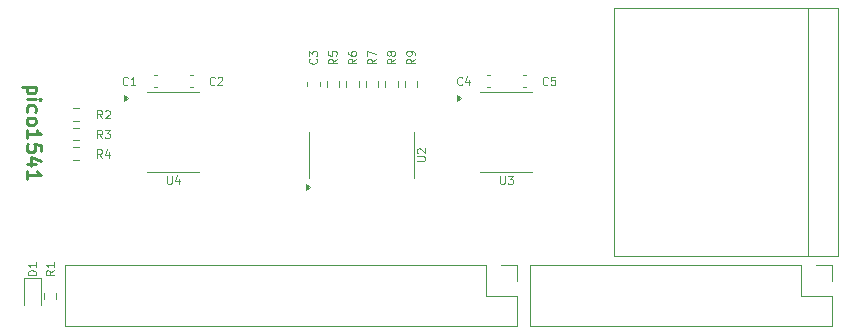
<source format=gbr>
%TF.GenerationSoftware,KiCad,Pcbnew,8.0.5*%
%TF.CreationDate,2025-05-13T06:25:59+01:00*%
%TF.ProjectId,pico1541 v0.1,7069636f-3135-4343-9120-76302e312e6b,rev?*%
%TF.SameCoordinates,Original*%
%TF.FileFunction,Legend,Top*%
%TF.FilePolarity,Positive*%
%FSLAX46Y46*%
G04 Gerber Fmt 4.6, Leading zero omitted, Abs format (unit mm)*
G04 Created by KiCad (PCBNEW 8.0.5) date 2025-05-13 06:25:59*
%MOMM*%
%LPD*%
G01*
G04 APERTURE LIST*
%ADD10C,0.240000*%
%ADD11C,0.100000*%
%ADD12C,0.120000*%
G04 APERTURE END LIST*
D10*
X123828337Y-79426286D02*
X122628337Y-79426286D01*
X123771194Y-79426286D02*
X123828337Y-79540572D01*
X123828337Y-79540572D02*
X123828337Y-79769143D01*
X123828337Y-79769143D02*
X123771194Y-79883429D01*
X123771194Y-79883429D02*
X123714051Y-79940572D01*
X123714051Y-79940572D02*
X123599765Y-79997714D01*
X123599765Y-79997714D02*
X123256908Y-79997714D01*
X123256908Y-79997714D02*
X123142622Y-79940572D01*
X123142622Y-79940572D02*
X123085480Y-79883429D01*
X123085480Y-79883429D02*
X123028337Y-79769143D01*
X123028337Y-79769143D02*
X123028337Y-79540572D01*
X123028337Y-79540572D02*
X123085480Y-79426286D01*
X123028337Y-80512000D02*
X123828337Y-80512000D01*
X124228337Y-80512000D02*
X124171194Y-80454857D01*
X124171194Y-80454857D02*
X124114051Y-80512000D01*
X124114051Y-80512000D02*
X124171194Y-80569143D01*
X124171194Y-80569143D02*
X124228337Y-80512000D01*
X124228337Y-80512000D02*
X124114051Y-80512000D01*
X123085480Y-81597715D02*
X123028337Y-81483429D01*
X123028337Y-81483429D02*
X123028337Y-81254857D01*
X123028337Y-81254857D02*
X123085480Y-81140572D01*
X123085480Y-81140572D02*
X123142622Y-81083429D01*
X123142622Y-81083429D02*
X123256908Y-81026286D01*
X123256908Y-81026286D02*
X123599765Y-81026286D01*
X123599765Y-81026286D02*
X123714051Y-81083429D01*
X123714051Y-81083429D02*
X123771194Y-81140572D01*
X123771194Y-81140572D02*
X123828337Y-81254857D01*
X123828337Y-81254857D02*
X123828337Y-81483429D01*
X123828337Y-81483429D02*
X123771194Y-81597715D01*
X123028337Y-82283428D02*
X123085480Y-82169143D01*
X123085480Y-82169143D02*
X123142622Y-82112000D01*
X123142622Y-82112000D02*
X123256908Y-82054857D01*
X123256908Y-82054857D02*
X123599765Y-82054857D01*
X123599765Y-82054857D02*
X123714051Y-82112000D01*
X123714051Y-82112000D02*
X123771194Y-82169143D01*
X123771194Y-82169143D02*
X123828337Y-82283428D01*
X123828337Y-82283428D02*
X123828337Y-82454857D01*
X123828337Y-82454857D02*
X123771194Y-82569143D01*
X123771194Y-82569143D02*
X123714051Y-82626286D01*
X123714051Y-82626286D02*
X123599765Y-82683428D01*
X123599765Y-82683428D02*
X123256908Y-82683428D01*
X123256908Y-82683428D02*
X123142622Y-82626286D01*
X123142622Y-82626286D02*
X123085480Y-82569143D01*
X123085480Y-82569143D02*
X123028337Y-82454857D01*
X123028337Y-82454857D02*
X123028337Y-82283428D01*
X123028337Y-83826285D02*
X123028337Y-83140571D01*
X123028337Y-83483428D02*
X124228337Y-83483428D01*
X124228337Y-83483428D02*
X124056908Y-83369142D01*
X124056908Y-83369142D02*
X123942622Y-83254857D01*
X123942622Y-83254857D02*
X123885480Y-83140571D01*
X124228337Y-84911999D02*
X124228337Y-84340571D01*
X124228337Y-84340571D02*
X123656908Y-84283428D01*
X123656908Y-84283428D02*
X123714051Y-84340571D01*
X123714051Y-84340571D02*
X123771194Y-84454857D01*
X123771194Y-84454857D02*
X123771194Y-84740571D01*
X123771194Y-84740571D02*
X123714051Y-84854857D01*
X123714051Y-84854857D02*
X123656908Y-84911999D01*
X123656908Y-84911999D02*
X123542622Y-84969142D01*
X123542622Y-84969142D02*
X123256908Y-84969142D01*
X123256908Y-84969142D02*
X123142622Y-84911999D01*
X123142622Y-84911999D02*
X123085480Y-84854857D01*
X123085480Y-84854857D02*
X123028337Y-84740571D01*
X123028337Y-84740571D02*
X123028337Y-84454857D01*
X123028337Y-84454857D02*
X123085480Y-84340571D01*
X123085480Y-84340571D02*
X123142622Y-84283428D01*
X123828337Y-85997714D02*
X123028337Y-85997714D01*
X124285480Y-85711999D02*
X123428337Y-85426285D01*
X123428337Y-85426285D02*
X123428337Y-86169142D01*
X123028337Y-87254856D02*
X123028337Y-86569142D01*
X123028337Y-86911999D02*
X124228337Y-86911999D01*
X124228337Y-86911999D02*
X124056908Y-86797713D01*
X124056908Y-86797713D02*
X123942622Y-86683428D01*
X123942622Y-86683428D02*
X123885480Y-86569142D01*
D11*
X134909166Y-86994633D02*
X134909166Y-87561300D01*
X134909166Y-87561300D02*
X134942500Y-87627966D01*
X134942500Y-87627966D02*
X134975833Y-87661300D01*
X134975833Y-87661300D02*
X135042500Y-87694633D01*
X135042500Y-87694633D02*
X135175833Y-87694633D01*
X135175833Y-87694633D02*
X135242500Y-87661300D01*
X135242500Y-87661300D02*
X135275833Y-87627966D01*
X135275833Y-87627966D02*
X135309166Y-87561300D01*
X135309166Y-87561300D02*
X135309166Y-86994633D01*
X135942499Y-87227966D02*
X135942499Y-87694633D01*
X135775833Y-86961300D02*
X135609166Y-87461300D01*
X135609166Y-87461300D02*
X136042499Y-87461300D01*
X163104666Y-86994633D02*
X163104666Y-87561300D01*
X163104666Y-87561300D02*
X163138000Y-87627966D01*
X163138000Y-87627966D02*
X163171333Y-87661300D01*
X163171333Y-87661300D02*
X163238000Y-87694633D01*
X163238000Y-87694633D02*
X163371333Y-87694633D01*
X163371333Y-87694633D02*
X163438000Y-87661300D01*
X163438000Y-87661300D02*
X163471333Y-87627966D01*
X163471333Y-87627966D02*
X163504666Y-87561300D01*
X163504666Y-87561300D02*
X163504666Y-86994633D01*
X163771333Y-86994633D02*
X164204666Y-86994633D01*
X164204666Y-86994633D02*
X163971333Y-87261300D01*
X163971333Y-87261300D02*
X164071333Y-87261300D01*
X164071333Y-87261300D02*
X164137999Y-87294633D01*
X164137999Y-87294633D02*
X164171333Y-87327966D01*
X164171333Y-87327966D02*
X164204666Y-87394633D01*
X164204666Y-87394633D02*
X164204666Y-87561300D01*
X164204666Y-87561300D02*
X164171333Y-87627966D01*
X164171333Y-87627966D02*
X164137999Y-87661300D01*
X164137999Y-87661300D02*
X164071333Y-87694633D01*
X164071333Y-87694633D02*
X163871333Y-87694633D01*
X163871333Y-87694633D02*
X163804666Y-87661300D01*
X163804666Y-87661300D02*
X163771333Y-87627966D01*
X129423333Y-85452633D02*
X129190000Y-85119300D01*
X129023333Y-85452633D02*
X129023333Y-84752633D01*
X129023333Y-84752633D02*
X129290000Y-84752633D01*
X129290000Y-84752633D02*
X129356667Y-84785966D01*
X129356667Y-84785966D02*
X129390000Y-84819300D01*
X129390000Y-84819300D02*
X129423333Y-84885966D01*
X129423333Y-84885966D02*
X129423333Y-84985966D01*
X129423333Y-84985966D02*
X129390000Y-85052633D01*
X129390000Y-85052633D02*
X129356667Y-85085966D01*
X129356667Y-85085966D02*
X129290000Y-85119300D01*
X129290000Y-85119300D02*
X129023333Y-85119300D01*
X130023333Y-84985966D02*
X130023333Y-85452633D01*
X129856667Y-84719300D02*
X129690000Y-85219300D01*
X129690000Y-85219300D02*
X130123333Y-85219300D01*
X129423333Y-83810633D02*
X129190000Y-83477300D01*
X129023333Y-83810633D02*
X129023333Y-83110633D01*
X129023333Y-83110633D02*
X129290000Y-83110633D01*
X129290000Y-83110633D02*
X129356667Y-83143966D01*
X129356667Y-83143966D02*
X129390000Y-83177300D01*
X129390000Y-83177300D02*
X129423333Y-83243966D01*
X129423333Y-83243966D02*
X129423333Y-83343966D01*
X129423333Y-83343966D02*
X129390000Y-83410633D01*
X129390000Y-83410633D02*
X129356667Y-83443966D01*
X129356667Y-83443966D02*
X129290000Y-83477300D01*
X129290000Y-83477300D02*
X129023333Y-83477300D01*
X129656667Y-83110633D02*
X130090000Y-83110633D01*
X130090000Y-83110633D02*
X129856667Y-83377300D01*
X129856667Y-83377300D02*
X129956667Y-83377300D01*
X129956667Y-83377300D02*
X130023333Y-83410633D01*
X130023333Y-83410633D02*
X130056667Y-83443966D01*
X130056667Y-83443966D02*
X130090000Y-83510633D01*
X130090000Y-83510633D02*
X130090000Y-83677300D01*
X130090000Y-83677300D02*
X130056667Y-83743966D01*
X130056667Y-83743966D02*
X130023333Y-83777300D01*
X130023333Y-83777300D02*
X129956667Y-83810633D01*
X129956667Y-83810633D02*
X129756667Y-83810633D01*
X129756667Y-83810633D02*
X129690000Y-83777300D01*
X129690000Y-83777300D02*
X129656667Y-83743966D01*
X155893633Y-77078666D02*
X155560300Y-77311999D01*
X155893633Y-77478666D02*
X155193633Y-77478666D01*
X155193633Y-77478666D02*
X155193633Y-77211999D01*
X155193633Y-77211999D02*
X155226966Y-77145333D01*
X155226966Y-77145333D02*
X155260300Y-77111999D01*
X155260300Y-77111999D02*
X155326966Y-77078666D01*
X155326966Y-77078666D02*
X155426966Y-77078666D01*
X155426966Y-77078666D02*
X155493633Y-77111999D01*
X155493633Y-77111999D02*
X155526966Y-77145333D01*
X155526966Y-77145333D02*
X155560300Y-77211999D01*
X155560300Y-77211999D02*
X155560300Y-77478666D01*
X155893633Y-76745333D02*
X155893633Y-76611999D01*
X155893633Y-76611999D02*
X155860300Y-76545333D01*
X155860300Y-76545333D02*
X155826966Y-76511999D01*
X155826966Y-76511999D02*
X155726966Y-76445333D01*
X155726966Y-76445333D02*
X155593633Y-76411999D01*
X155593633Y-76411999D02*
X155326966Y-76411999D01*
X155326966Y-76411999D02*
X155260300Y-76445333D01*
X155260300Y-76445333D02*
X155226966Y-76478666D01*
X155226966Y-76478666D02*
X155193633Y-76545333D01*
X155193633Y-76545333D02*
X155193633Y-76678666D01*
X155193633Y-76678666D02*
X155226966Y-76745333D01*
X155226966Y-76745333D02*
X155260300Y-76778666D01*
X155260300Y-76778666D02*
X155326966Y-76811999D01*
X155326966Y-76811999D02*
X155493633Y-76811999D01*
X155493633Y-76811999D02*
X155560300Y-76778666D01*
X155560300Y-76778666D02*
X155593633Y-76745333D01*
X155593633Y-76745333D02*
X155626966Y-76678666D01*
X155626966Y-76678666D02*
X155626966Y-76545333D01*
X155626966Y-76545333D02*
X155593633Y-76478666D01*
X155593633Y-76478666D02*
X155560300Y-76445333D01*
X155560300Y-76445333D02*
X155493633Y-76411999D01*
X156082633Y-85750333D02*
X156649300Y-85750333D01*
X156649300Y-85750333D02*
X156715966Y-85717000D01*
X156715966Y-85717000D02*
X156749300Y-85683666D01*
X156749300Y-85683666D02*
X156782633Y-85617000D01*
X156782633Y-85617000D02*
X156782633Y-85483666D01*
X156782633Y-85483666D02*
X156749300Y-85417000D01*
X156749300Y-85417000D02*
X156715966Y-85383666D01*
X156715966Y-85383666D02*
X156649300Y-85350333D01*
X156649300Y-85350333D02*
X156082633Y-85350333D01*
X156149300Y-85050333D02*
X156115966Y-85017000D01*
X156115966Y-85017000D02*
X156082633Y-84950333D01*
X156082633Y-84950333D02*
X156082633Y-84783667D01*
X156082633Y-84783667D02*
X156115966Y-84717000D01*
X156115966Y-84717000D02*
X156149300Y-84683667D01*
X156149300Y-84683667D02*
X156215966Y-84650333D01*
X156215966Y-84650333D02*
X156282633Y-84650333D01*
X156282633Y-84650333D02*
X156382633Y-84683667D01*
X156382633Y-84683667D02*
X156782633Y-85083667D01*
X156782633Y-85083667D02*
X156782633Y-84650333D01*
X154242633Y-77078666D02*
X153909300Y-77311999D01*
X154242633Y-77478666D02*
X153542633Y-77478666D01*
X153542633Y-77478666D02*
X153542633Y-77211999D01*
X153542633Y-77211999D02*
X153575966Y-77145333D01*
X153575966Y-77145333D02*
X153609300Y-77111999D01*
X153609300Y-77111999D02*
X153675966Y-77078666D01*
X153675966Y-77078666D02*
X153775966Y-77078666D01*
X153775966Y-77078666D02*
X153842633Y-77111999D01*
X153842633Y-77111999D02*
X153875966Y-77145333D01*
X153875966Y-77145333D02*
X153909300Y-77211999D01*
X153909300Y-77211999D02*
X153909300Y-77478666D01*
X153842633Y-76678666D02*
X153809300Y-76745333D01*
X153809300Y-76745333D02*
X153775966Y-76778666D01*
X153775966Y-76778666D02*
X153709300Y-76811999D01*
X153709300Y-76811999D02*
X153675966Y-76811999D01*
X153675966Y-76811999D02*
X153609300Y-76778666D01*
X153609300Y-76778666D02*
X153575966Y-76745333D01*
X153575966Y-76745333D02*
X153542633Y-76678666D01*
X153542633Y-76678666D02*
X153542633Y-76545333D01*
X153542633Y-76545333D02*
X153575966Y-76478666D01*
X153575966Y-76478666D02*
X153609300Y-76445333D01*
X153609300Y-76445333D02*
X153675966Y-76411999D01*
X153675966Y-76411999D02*
X153709300Y-76411999D01*
X153709300Y-76411999D02*
X153775966Y-76445333D01*
X153775966Y-76445333D02*
X153809300Y-76478666D01*
X153809300Y-76478666D02*
X153842633Y-76545333D01*
X153842633Y-76545333D02*
X153842633Y-76678666D01*
X153842633Y-76678666D02*
X153875966Y-76745333D01*
X153875966Y-76745333D02*
X153909300Y-76778666D01*
X153909300Y-76778666D02*
X153975966Y-76811999D01*
X153975966Y-76811999D02*
X154109300Y-76811999D01*
X154109300Y-76811999D02*
X154175966Y-76778666D01*
X154175966Y-76778666D02*
X154209300Y-76745333D01*
X154209300Y-76745333D02*
X154242633Y-76678666D01*
X154242633Y-76678666D02*
X154242633Y-76545333D01*
X154242633Y-76545333D02*
X154209300Y-76478666D01*
X154209300Y-76478666D02*
X154175966Y-76445333D01*
X154175966Y-76445333D02*
X154109300Y-76411999D01*
X154109300Y-76411999D02*
X153975966Y-76411999D01*
X153975966Y-76411999D02*
X153909300Y-76445333D01*
X153909300Y-76445333D02*
X153875966Y-76478666D01*
X153875966Y-76478666D02*
X153842633Y-76545333D01*
X152591633Y-77078666D02*
X152258300Y-77311999D01*
X152591633Y-77478666D02*
X151891633Y-77478666D01*
X151891633Y-77478666D02*
X151891633Y-77211999D01*
X151891633Y-77211999D02*
X151924966Y-77145333D01*
X151924966Y-77145333D02*
X151958300Y-77111999D01*
X151958300Y-77111999D02*
X152024966Y-77078666D01*
X152024966Y-77078666D02*
X152124966Y-77078666D01*
X152124966Y-77078666D02*
X152191633Y-77111999D01*
X152191633Y-77111999D02*
X152224966Y-77145333D01*
X152224966Y-77145333D02*
X152258300Y-77211999D01*
X152258300Y-77211999D02*
X152258300Y-77478666D01*
X151891633Y-76845333D02*
X151891633Y-76378666D01*
X151891633Y-76378666D02*
X152591633Y-76678666D01*
X125349133Y-94985666D02*
X125015800Y-95218999D01*
X125349133Y-95385666D02*
X124649133Y-95385666D01*
X124649133Y-95385666D02*
X124649133Y-95118999D01*
X124649133Y-95118999D02*
X124682466Y-95052333D01*
X124682466Y-95052333D02*
X124715800Y-95018999D01*
X124715800Y-95018999D02*
X124782466Y-94985666D01*
X124782466Y-94985666D02*
X124882466Y-94985666D01*
X124882466Y-94985666D02*
X124949133Y-95018999D01*
X124949133Y-95018999D02*
X124982466Y-95052333D01*
X124982466Y-95052333D02*
X125015800Y-95118999D01*
X125015800Y-95118999D02*
X125015800Y-95385666D01*
X125349133Y-94318999D02*
X125349133Y-94718999D01*
X125349133Y-94518999D02*
X124649133Y-94518999D01*
X124649133Y-94518999D02*
X124749133Y-94585666D01*
X124749133Y-94585666D02*
X124815800Y-94652333D01*
X124815800Y-94652333D02*
X124849133Y-94718999D01*
X159903333Y-79245966D02*
X159870000Y-79279300D01*
X159870000Y-79279300D02*
X159770000Y-79312633D01*
X159770000Y-79312633D02*
X159703333Y-79312633D01*
X159703333Y-79312633D02*
X159603333Y-79279300D01*
X159603333Y-79279300D02*
X159536667Y-79212633D01*
X159536667Y-79212633D02*
X159503333Y-79145966D01*
X159503333Y-79145966D02*
X159470000Y-79012633D01*
X159470000Y-79012633D02*
X159470000Y-78912633D01*
X159470000Y-78912633D02*
X159503333Y-78779300D01*
X159503333Y-78779300D02*
X159536667Y-78712633D01*
X159536667Y-78712633D02*
X159603333Y-78645966D01*
X159603333Y-78645966D02*
X159703333Y-78612633D01*
X159703333Y-78612633D02*
X159770000Y-78612633D01*
X159770000Y-78612633D02*
X159870000Y-78645966D01*
X159870000Y-78645966D02*
X159903333Y-78679300D01*
X160503333Y-78845966D02*
X160503333Y-79312633D01*
X160336667Y-78579300D02*
X160170000Y-79079300D01*
X160170000Y-79079300D02*
X160603333Y-79079300D01*
X138948333Y-79245966D02*
X138915000Y-79279300D01*
X138915000Y-79279300D02*
X138815000Y-79312633D01*
X138815000Y-79312633D02*
X138748333Y-79312633D01*
X138748333Y-79312633D02*
X138648333Y-79279300D01*
X138648333Y-79279300D02*
X138581667Y-79212633D01*
X138581667Y-79212633D02*
X138548333Y-79145966D01*
X138548333Y-79145966D02*
X138515000Y-79012633D01*
X138515000Y-79012633D02*
X138515000Y-78912633D01*
X138515000Y-78912633D02*
X138548333Y-78779300D01*
X138548333Y-78779300D02*
X138581667Y-78712633D01*
X138581667Y-78712633D02*
X138648333Y-78645966D01*
X138648333Y-78645966D02*
X138748333Y-78612633D01*
X138748333Y-78612633D02*
X138815000Y-78612633D01*
X138815000Y-78612633D02*
X138915000Y-78645966D01*
X138915000Y-78645966D02*
X138948333Y-78679300D01*
X139215000Y-78679300D02*
X139248333Y-78645966D01*
X139248333Y-78645966D02*
X139315000Y-78612633D01*
X139315000Y-78612633D02*
X139481667Y-78612633D01*
X139481667Y-78612633D02*
X139548333Y-78645966D01*
X139548333Y-78645966D02*
X139581667Y-78679300D01*
X139581667Y-78679300D02*
X139615000Y-78745966D01*
X139615000Y-78745966D02*
X139615000Y-78812633D01*
X139615000Y-78812633D02*
X139581667Y-78912633D01*
X139581667Y-78912633D02*
X139181667Y-79312633D01*
X139181667Y-79312633D02*
X139615000Y-79312633D01*
X147571966Y-77078666D02*
X147605300Y-77111999D01*
X147605300Y-77111999D02*
X147638633Y-77211999D01*
X147638633Y-77211999D02*
X147638633Y-77278666D01*
X147638633Y-77278666D02*
X147605300Y-77378666D01*
X147605300Y-77378666D02*
X147538633Y-77445333D01*
X147538633Y-77445333D02*
X147471966Y-77478666D01*
X147471966Y-77478666D02*
X147338633Y-77511999D01*
X147338633Y-77511999D02*
X147238633Y-77511999D01*
X147238633Y-77511999D02*
X147105300Y-77478666D01*
X147105300Y-77478666D02*
X147038633Y-77445333D01*
X147038633Y-77445333D02*
X146971966Y-77378666D01*
X146971966Y-77378666D02*
X146938633Y-77278666D01*
X146938633Y-77278666D02*
X146938633Y-77211999D01*
X146938633Y-77211999D02*
X146971966Y-77111999D01*
X146971966Y-77111999D02*
X147005300Y-77078666D01*
X146938633Y-76845333D02*
X146938633Y-76411999D01*
X146938633Y-76411999D02*
X147205300Y-76645333D01*
X147205300Y-76645333D02*
X147205300Y-76545333D01*
X147205300Y-76545333D02*
X147238633Y-76478666D01*
X147238633Y-76478666D02*
X147271966Y-76445333D01*
X147271966Y-76445333D02*
X147338633Y-76411999D01*
X147338633Y-76411999D02*
X147505300Y-76411999D01*
X147505300Y-76411999D02*
X147571966Y-76445333D01*
X147571966Y-76445333D02*
X147605300Y-76478666D01*
X147605300Y-76478666D02*
X147638633Y-76545333D01*
X147638633Y-76545333D02*
X147638633Y-76745333D01*
X147638633Y-76745333D02*
X147605300Y-76811999D01*
X147605300Y-76811999D02*
X147571966Y-76845333D01*
X123825133Y-95385666D02*
X123125133Y-95385666D01*
X123125133Y-95385666D02*
X123125133Y-95218999D01*
X123125133Y-95218999D02*
X123158466Y-95118999D01*
X123158466Y-95118999D02*
X123225133Y-95052333D01*
X123225133Y-95052333D02*
X123291800Y-95018999D01*
X123291800Y-95018999D02*
X123425133Y-94985666D01*
X123425133Y-94985666D02*
X123525133Y-94985666D01*
X123525133Y-94985666D02*
X123658466Y-95018999D01*
X123658466Y-95018999D02*
X123725133Y-95052333D01*
X123725133Y-95052333D02*
X123791800Y-95118999D01*
X123791800Y-95118999D02*
X123825133Y-95218999D01*
X123825133Y-95218999D02*
X123825133Y-95385666D01*
X123825133Y-94318999D02*
X123825133Y-94718999D01*
X123825133Y-94518999D02*
X123125133Y-94518999D01*
X123125133Y-94518999D02*
X123225133Y-94585666D01*
X123225133Y-94585666D02*
X123291800Y-94652333D01*
X123291800Y-94652333D02*
X123325133Y-94718999D01*
X129423333Y-82129633D02*
X129190000Y-81796300D01*
X129023333Y-82129633D02*
X129023333Y-81429633D01*
X129023333Y-81429633D02*
X129290000Y-81429633D01*
X129290000Y-81429633D02*
X129356667Y-81462966D01*
X129356667Y-81462966D02*
X129390000Y-81496300D01*
X129390000Y-81496300D02*
X129423333Y-81562966D01*
X129423333Y-81562966D02*
X129423333Y-81662966D01*
X129423333Y-81662966D02*
X129390000Y-81729633D01*
X129390000Y-81729633D02*
X129356667Y-81762966D01*
X129356667Y-81762966D02*
X129290000Y-81796300D01*
X129290000Y-81796300D02*
X129023333Y-81796300D01*
X129690000Y-81496300D02*
X129723333Y-81462966D01*
X129723333Y-81462966D02*
X129790000Y-81429633D01*
X129790000Y-81429633D02*
X129956667Y-81429633D01*
X129956667Y-81429633D02*
X130023333Y-81462966D01*
X130023333Y-81462966D02*
X130056667Y-81496300D01*
X130056667Y-81496300D02*
X130090000Y-81562966D01*
X130090000Y-81562966D02*
X130090000Y-81629633D01*
X130090000Y-81629633D02*
X130056667Y-81729633D01*
X130056667Y-81729633D02*
X129656667Y-82129633D01*
X129656667Y-82129633D02*
X130090000Y-82129633D01*
X131582333Y-79245966D02*
X131549000Y-79279300D01*
X131549000Y-79279300D02*
X131449000Y-79312633D01*
X131449000Y-79312633D02*
X131382333Y-79312633D01*
X131382333Y-79312633D02*
X131282333Y-79279300D01*
X131282333Y-79279300D02*
X131215667Y-79212633D01*
X131215667Y-79212633D02*
X131182333Y-79145966D01*
X131182333Y-79145966D02*
X131149000Y-79012633D01*
X131149000Y-79012633D02*
X131149000Y-78912633D01*
X131149000Y-78912633D02*
X131182333Y-78779300D01*
X131182333Y-78779300D02*
X131215667Y-78712633D01*
X131215667Y-78712633D02*
X131282333Y-78645966D01*
X131282333Y-78645966D02*
X131382333Y-78612633D01*
X131382333Y-78612633D02*
X131449000Y-78612633D01*
X131449000Y-78612633D02*
X131549000Y-78645966D01*
X131549000Y-78645966D02*
X131582333Y-78679300D01*
X132249000Y-79312633D02*
X131849000Y-79312633D01*
X132049000Y-79312633D02*
X132049000Y-78612633D01*
X132049000Y-78612633D02*
X131982333Y-78712633D01*
X131982333Y-78712633D02*
X131915667Y-78779300D01*
X131915667Y-78779300D02*
X131849000Y-78812633D01*
X167142333Y-79245966D02*
X167109000Y-79279300D01*
X167109000Y-79279300D02*
X167009000Y-79312633D01*
X167009000Y-79312633D02*
X166942333Y-79312633D01*
X166942333Y-79312633D02*
X166842333Y-79279300D01*
X166842333Y-79279300D02*
X166775667Y-79212633D01*
X166775667Y-79212633D02*
X166742333Y-79145966D01*
X166742333Y-79145966D02*
X166709000Y-79012633D01*
X166709000Y-79012633D02*
X166709000Y-78912633D01*
X166709000Y-78912633D02*
X166742333Y-78779300D01*
X166742333Y-78779300D02*
X166775667Y-78712633D01*
X166775667Y-78712633D02*
X166842333Y-78645966D01*
X166842333Y-78645966D02*
X166942333Y-78612633D01*
X166942333Y-78612633D02*
X167009000Y-78612633D01*
X167009000Y-78612633D02*
X167109000Y-78645966D01*
X167109000Y-78645966D02*
X167142333Y-78679300D01*
X167775667Y-78612633D02*
X167442333Y-78612633D01*
X167442333Y-78612633D02*
X167409000Y-78945966D01*
X167409000Y-78945966D02*
X167442333Y-78912633D01*
X167442333Y-78912633D02*
X167509000Y-78879300D01*
X167509000Y-78879300D02*
X167675667Y-78879300D01*
X167675667Y-78879300D02*
X167742333Y-78912633D01*
X167742333Y-78912633D02*
X167775667Y-78945966D01*
X167775667Y-78945966D02*
X167809000Y-79012633D01*
X167809000Y-79012633D02*
X167809000Y-79179300D01*
X167809000Y-79179300D02*
X167775667Y-79245966D01*
X167775667Y-79245966D02*
X167742333Y-79279300D01*
X167742333Y-79279300D02*
X167675667Y-79312633D01*
X167675667Y-79312633D02*
X167509000Y-79312633D01*
X167509000Y-79312633D02*
X167442333Y-79279300D01*
X167442333Y-79279300D02*
X167409000Y-79245966D01*
X150940633Y-77078666D02*
X150607300Y-77311999D01*
X150940633Y-77478666D02*
X150240633Y-77478666D01*
X150240633Y-77478666D02*
X150240633Y-77211999D01*
X150240633Y-77211999D02*
X150273966Y-77145333D01*
X150273966Y-77145333D02*
X150307300Y-77111999D01*
X150307300Y-77111999D02*
X150373966Y-77078666D01*
X150373966Y-77078666D02*
X150473966Y-77078666D01*
X150473966Y-77078666D02*
X150540633Y-77111999D01*
X150540633Y-77111999D02*
X150573966Y-77145333D01*
X150573966Y-77145333D02*
X150607300Y-77211999D01*
X150607300Y-77211999D02*
X150607300Y-77478666D01*
X150240633Y-76478666D02*
X150240633Y-76611999D01*
X150240633Y-76611999D02*
X150273966Y-76678666D01*
X150273966Y-76678666D02*
X150307300Y-76711999D01*
X150307300Y-76711999D02*
X150407300Y-76778666D01*
X150407300Y-76778666D02*
X150540633Y-76811999D01*
X150540633Y-76811999D02*
X150807300Y-76811999D01*
X150807300Y-76811999D02*
X150873966Y-76778666D01*
X150873966Y-76778666D02*
X150907300Y-76745333D01*
X150907300Y-76745333D02*
X150940633Y-76678666D01*
X150940633Y-76678666D02*
X150940633Y-76545333D01*
X150940633Y-76545333D02*
X150907300Y-76478666D01*
X150907300Y-76478666D02*
X150873966Y-76445333D01*
X150873966Y-76445333D02*
X150807300Y-76411999D01*
X150807300Y-76411999D02*
X150640633Y-76411999D01*
X150640633Y-76411999D02*
X150573966Y-76445333D01*
X150573966Y-76445333D02*
X150540633Y-76478666D01*
X150540633Y-76478666D02*
X150507300Y-76545333D01*
X150507300Y-76545333D02*
X150507300Y-76678666D01*
X150507300Y-76678666D02*
X150540633Y-76745333D01*
X150540633Y-76745333D02*
X150573966Y-76778666D01*
X150573966Y-76778666D02*
X150640633Y-76811999D01*
X149289633Y-77078666D02*
X148956300Y-77311999D01*
X149289633Y-77478666D02*
X148589633Y-77478666D01*
X148589633Y-77478666D02*
X148589633Y-77211999D01*
X148589633Y-77211999D02*
X148622966Y-77145333D01*
X148622966Y-77145333D02*
X148656300Y-77111999D01*
X148656300Y-77111999D02*
X148722966Y-77078666D01*
X148722966Y-77078666D02*
X148822966Y-77078666D01*
X148822966Y-77078666D02*
X148889633Y-77111999D01*
X148889633Y-77111999D02*
X148922966Y-77145333D01*
X148922966Y-77145333D02*
X148956300Y-77211999D01*
X148956300Y-77211999D02*
X148956300Y-77478666D01*
X148589633Y-76445333D02*
X148589633Y-76778666D01*
X148589633Y-76778666D02*
X148922966Y-76811999D01*
X148922966Y-76811999D02*
X148889633Y-76778666D01*
X148889633Y-76778666D02*
X148856300Y-76711999D01*
X148856300Y-76711999D02*
X148856300Y-76545333D01*
X148856300Y-76545333D02*
X148889633Y-76478666D01*
X148889633Y-76478666D02*
X148922966Y-76445333D01*
X148922966Y-76445333D02*
X148989633Y-76411999D01*
X148989633Y-76411999D02*
X149156300Y-76411999D01*
X149156300Y-76411999D02*
X149222966Y-76445333D01*
X149222966Y-76445333D02*
X149256300Y-76478666D01*
X149256300Y-76478666D02*
X149289633Y-76545333D01*
X149289633Y-76545333D02*
X149289633Y-76711999D01*
X149289633Y-76711999D02*
X149256300Y-76778666D01*
X149256300Y-76778666D02*
X149222966Y-76811999D01*
D12*
%TO.C,U4*%
X135442500Y-79927000D02*
X133242500Y-79927000D01*
X135442500Y-79927000D02*
X137642500Y-79927000D01*
X135442500Y-86697000D02*
X133242500Y-86697000D01*
X135442500Y-86697000D02*
X137642500Y-86697000D01*
X131582500Y-80387000D02*
X131252500Y-80627000D01*
X131252500Y-80147000D01*
X131582500Y-80387000D01*
G36*
X131582500Y-80387000D02*
G01*
X131252500Y-80627000D01*
X131252500Y-80147000D01*
X131582500Y-80387000D01*
G37*
%TO.C,U3*%
X163638000Y-79927000D02*
X161438000Y-79927000D01*
X163638000Y-79927000D02*
X165838000Y-79927000D01*
X163638000Y-86697000D02*
X161438000Y-86697000D01*
X163638000Y-86697000D02*
X165838000Y-86697000D01*
X159778000Y-80387000D02*
X159448000Y-80627000D01*
X159448000Y-80147000D01*
X159778000Y-80387000D01*
G36*
X159778000Y-80387000D02*
G01*
X159448000Y-80627000D01*
X159448000Y-80147000D01*
X159778000Y-80387000D01*
G37*
%TO.C,R4*%
X127485224Y-84567500D02*
X126975776Y-84567500D01*
X127485224Y-85612500D02*
X126975776Y-85612500D01*
%TO.C,J6*%
X126305000Y-94529600D02*
X126305000Y-99729600D01*
X161925000Y-94529600D02*
X126305000Y-94529600D01*
X161925000Y-94529600D02*
X161925000Y-97129600D01*
X161925000Y-97129600D02*
X164525000Y-97129600D01*
X163195000Y-94529600D02*
X164525000Y-94529600D01*
X164525000Y-94529600D02*
X164525000Y-95859600D01*
X164525000Y-97129600D02*
X164525000Y-99729600D01*
X164525000Y-99729600D02*
X126305000Y-99729600D01*
%TO.C,R3*%
X126975776Y-82916500D02*
X127485224Y-82916500D01*
X126975776Y-83961500D02*
X127485224Y-83961500D01*
%TO.C,R9*%
X155052500Y-79502724D02*
X155052500Y-78993276D01*
X156097500Y-79502724D02*
X156097500Y-78993276D01*
%TO.C,U2*%
X146949000Y-85217000D02*
X146949000Y-83267000D01*
X146949000Y-85217000D02*
X146949000Y-87167000D01*
X155819000Y-85217000D02*
X155819000Y-83267000D01*
X155819000Y-85217000D02*
X155819000Y-87167000D01*
X147014000Y-87917000D02*
X146684000Y-88157000D01*
X146684000Y-87677000D01*
X147014000Y-87917000D01*
G36*
X147014000Y-87917000D02*
G01*
X146684000Y-88157000D01*
X146684000Y-87677000D01*
X147014000Y-87917000D01*
G37*
%TO.C,R8*%
X153401500Y-79502724D02*
X153401500Y-78993276D01*
X154446500Y-79502724D02*
X154446500Y-78993276D01*
%TO.C,J5*%
X165675000Y-94529600D02*
X165675000Y-99729600D01*
X188595000Y-94529600D02*
X165675000Y-94529600D01*
X188595000Y-94529600D02*
X188595000Y-97129600D01*
X188595000Y-97129600D02*
X191195000Y-97129600D01*
X189865000Y-94529600D02*
X191195000Y-94529600D01*
X191195000Y-94529600D02*
X191195000Y-95859600D01*
X191195000Y-97129600D02*
X191195000Y-99729600D01*
X191195000Y-99729600D02*
X165675000Y-99729600D01*
%TO.C,R7*%
X151750500Y-79502724D02*
X151750500Y-78993276D01*
X152795500Y-79502724D02*
X152795500Y-78993276D01*
%TO.C,R1*%
X124508000Y-96900276D02*
X124508000Y-97409724D01*
X125553000Y-96900276D02*
X125553000Y-97409724D01*
D11*
%TO.C,J4*%
X172795000Y-72812000D02*
X172795000Y-93812000D01*
X189195000Y-83312000D02*
X189195000Y-72812000D01*
X189195000Y-83312000D02*
X189195000Y-93812000D01*
X191695000Y-72812000D02*
X172795000Y-72812000D01*
X191695000Y-83312000D02*
X191695000Y-72812000D01*
X191695000Y-83312000D02*
X191695000Y-93812000D01*
X191695000Y-93812000D02*
X172795000Y-93812000D01*
D12*
%TO.C,C4*%
X161973420Y-78484000D02*
X162254580Y-78484000D01*
X161973420Y-79504000D02*
X162254580Y-79504000D01*
%TO.C,C2*%
X137107080Y-78484000D02*
X136825920Y-78484000D01*
X137107080Y-79504000D02*
X136825920Y-79504000D01*
%TO.C,C3*%
X146810000Y-79365080D02*
X146810000Y-79083920D01*
X147830000Y-79365080D02*
X147830000Y-79083920D01*
%TO.C,D1*%
X122771500Y-95670000D02*
X122771500Y-97955000D01*
X124241500Y-95670000D02*
X122771500Y-95670000D01*
X124241500Y-97955000D02*
X124241500Y-95670000D01*
%TO.C,R2*%
X126975776Y-81265500D02*
X127485224Y-81265500D01*
X126975776Y-82310500D02*
X127485224Y-82310500D01*
%TO.C,C1*%
X133777920Y-78484000D02*
X134059080Y-78484000D01*
X133777920Y-79504000D02*
X134059080Y-79504000D01*
%TO.C,C5*%
X165302580Y-78484000D02*
X165021420Y-78484000D01*
X165302580Y-79504000D02*
X165021420Y-79504000D01*
%TO.C,R6*%
X150099500Y-79502724D02*
X150099500Y-78993276D01*
X151144500Y-79502724D02*
X151144500Y-78993276D01*
%TO.C,R5*%
X148448500Y-79502724D02*
X148448500Y-78993276D01*
X149493500Y-79502724D02*
X149493500Y-78993276D01*
%TD*%
M02*

</source>
